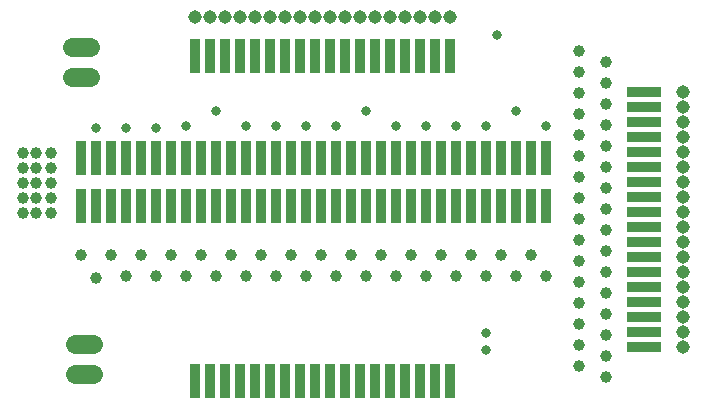
<source format=gts>
G75*
%MOIN*%
%OFA0B0*%
%FSLAX25Y25*%
%IPPOS*%
%LPD*%
%AMOC8*
5,1,8,0,0,1.08239X$1,22.5*
%
%ADD10C,0.06406*%
%ADD11R,0.11500X0.03500*%
%ADD12C,0.04500*%
%ADD13R,0.03500X0.11500*%
%ADD14C,0.03869*%
%ADD15C,0.03278*%
D10*
X0023048Y0011300D02*
X0028954Y0011300D01*
X0028954Y0021300D02*
X0023048Y0021300D01*
X0022048Y0110300D02*
X0027954Y0110300D01*
X0027954Y0120300D02*
X0022048Y0120300D01*
D11*
X0212501Y0105300D03*
X0212501Y0100300D03*
X0212501Y0095300D03*
X0212501Y0090300D03*
X0212501Y0085300D03*
X0212501Y0080300D03*
X0212501Y0075300D03*
X0212501Y0070300D03*
X0212501Y0065300D03*
X0212501Y0060300D03*
X0212501Y0055300D03*
X0212501Y0050300D03*
X0212501Y0045300D03*
X0212501Y0040300D03*
X0212501Y0035300D03*
X0212501Y0030300D03*
X0212501Y0025300D03*
X0212501Y0020300D03*
D12*
X0225501Y0020300D03*
X0225501Y0025300D03*
X0225501Y0030300D03*
X0225501Y0035300D03*
X0225501Y0040300D03*
X0225501Y0045300D03*
X0225501Y0050300D03*
X0225501Y0055300D03*
X0225501Y0060300D03*
X0225501Y0065300D03*
X0225501Y0070300D03*
X0225501Y0075300D03*
X0225501Y0080300D03*
X0225501Y0085300D03*
X0225501Y0090300D03*
X0225501Y0095300D03*
X0225501Y0100300D03*
X0225501Y0105300D03*
X0148001Y0130300D03*
X0143001Y0130300D03*
X0138001Y0130300D03*
X0133001Y0130300D03*
X0128001Y0130300D03*
X0123001Y0130300D03*
X0118001Y0130300D03*
X0113001Y0130300D03*
X0108001Y0130300D03*
X0103001Y0130300D03*
X0098001Y0130300D03*
X0093001Y0130300D03*
X0088001Y0130300D03*
X0083001Y0130300D03*
X0078001Y0130300D03*
X0073001Y0130300D03*
X0068001Y0130300D03*
X0063001Y0130300D03*
D13*
X0063001Y0117300D03*
X0068001Y0117300D03*
X0073001Y0117300D03*
X0078001Y0117300D03*
X0083001Y0117300D03*
X0088001Y0117300D03*
X0093001Y0117300D03*
X0098001Y0117300D03*
X0103001Y0117300D03*
X0108001Y0117300D03*
X0113001Y0117300D03*
X0118001Y0117300D03*
X0123001Y0117300D03*
X0128001Y0117300D03*
X0133001Y0117300D03*
X0138001Y0117300D03*
X0143001Y0117300D03*
X0148001Y0117300D03*
X0150001Y0083300D03*
X0155001Y0083300D03*
X0160001Y0083300D03*
X0165001Y0083300D03*
X0170001Y0083300D03*
X0175001Y0083300D03*
X0180001Y0083300D03*
X0180001Y0067300D03*
X0175001Y0067300D03*
X0170001Y0067300D03*
X0165001Y0067300D03*
X0160001Y0067300D03*
X0155001Y0067300D03*
X0150001Y0067300D03*
X0145001Y0067300D03*
X0140001Y0067300D03*
X0135001Y0067300D03*
X0130001Y0067300D03*
X0125001Y0067300D03*
X0120001Y0067300D03*
X0115001Y0067300D03*
X0110001Y0067300D03*
X0105001Y0067300D03*
X0100001Y0067300D03*
X0095001Y0067300D03*
X0090001Y0067300D03*
X0085001Y0067300D03*
X0080001Y0067300D03*
X0075001Y0067300D03*
X0070001Y0067300D03*
X0065001Y0067300D03*
X0060001Y0067300D03*
X0055001Y0067300D03*
X0050001Y0067300D03*
X0045001Y0067300D03*
X0040001Y0067300D03*
X0035001Y0067300D03*
X0030001Y0067300D03*
X0025001Y0067300D03*
X0025001Y0083300D03*
X0030001Y0083300D03*
X0035001Y0083300D03*
X0040001Y0083300D03*
X0045001Y0083300D03*
X0050001Y0083300D03*
X0055001Y0083300D03*
X0060001Y0083300D03*
X0065001Y0083300D03*
X0070001Y0083300D03*
X0075001Y0083300D03*
X0080001Y0083300D03*
X0085001Y0083300D03*
X0090001Y0083300D03*
X0095001Y0083300D03*
X0100001Y0083300D03*
X0105001Y0083300D03*
X0110001Y0083300D03*
X0115001Y0083300D03*
X0120001Y0083300D03*
X0125001Y0083300D03*
X0130001Y0083300D03*
X0135001Y0083300D03*
X0140001Y0083300D03*
X0145001Y0083300D03*
X0143001Y0008800D03*
X0148001Y0008800D03*
X0138001Y0008800D03*
X0133001Y0008800D03*
X0128001Y0008800D03*
X0123001Y0008800D03*
X0118001Y0008800D03*
X0113001Y0008800D03*
X0108001Y0008800D03*
X0103001Y0008800D03*
X0098001Y0008800D03*
X0093001Y0008800D03*
X0088001Y0008800D03*
X0083001Y0008800D03*
X0078001Y0008800D03*
X0073001Y0008800D03*
X0068001Y0008800D03*
X0063001Y0008800D03*
D14*
X0030001Y0043300D03*
X0040001Y0043800D03*
X0050001Y0043800D03*
X0060001Y0043800D03*
X0065001Y0050800D03*
X0055001Y0050800D03*
X0045001Y0050800D03*
X0035001Y0050800D03*
X0025001Y0050800D03*
X0015001Y0064800D03*
X0010001Y0064800D03*
X0005501Y0064800D03*
X0005501Y0069800D03*
X0010001Y0069800D03*
X0015001Y0069800D03*
X0015001Y0074800D03*
X0010001Y0074800D03*
X0005501Y0074800D03*
X0005501Y0079800D03*
X0010001Y0079800D03*
X0015001Y0079800D03*
X0015001Y0084800D03*
X0010001Y0084800D03*
X0005501Y0084800D03*
X0070001Y0043800D03*
X0080001Y0043800D03*
X0090001Y0043800D03*
X0095001Y0050800D03*
X0085001Y0050800D03*
X0075001Y0050800D03*
X0100001Y0043800D03*
X0110001Y0043800D03*
X0120001Y0043800D03*
X0130001Y0043800D03*
X0135001Y0050800D03*
X0145001Y0050800D03*
X0155001Y0050800D03*
X0165001Y0050800D03*
X0170001Y0043800D03*
X0180001Y0043800D03*
X0175001Y0050800D03*
X0191001Y0048800D03*
X0200001Y0045300D03*
X0191001Y0041800D03*
X0200001Y0038300D03*
X0191001Y0034800D03*
X0200001Y0031300D03*
X0191001Y0027800D03*
X0200001Y0024300D03*
X0191001Y0020800D03*
X0200001Y0017300D03*
X0191001Y0013800D03*
X0200001Y0010300D03*
X0160001Y0043800D03*
X0150001Y0043800D03*
X0140001Y0043800D03*
X0125001Y0050800D03*
X0115001Y0050800D03*
X0105001Y0050800D03*
X0191001Y0055800D03*
X0200001Y0052300D03*
X0200001Y0059300D03*
X0191001Y0062800D03*
X0200001Y0066300D03*
X0191001Y0069800D03*
X0200001Y0073300D03*
X0191001Y0076800D03*
X0200001Y0080300D03*
X0191001Y0083800D03*
X0200001Y0087300D03*
X0191001Y0090800D03*
X0200001Y0094300D03*
X0191001Y0097800D03*
X0200001Y0101300D03*
X0191001Y0104800D03*
X0200001Y0108300D03*
X0191001Y0111800D03*
X0200001Y0115300D03*
X0191001Y0118800D03*
D15*
X0163501Y0124300D03*
X0170001Y0098800D03*
X0180001Y0093800D03*
X0160001Y0093800D03*
X0150001Y0093800D03*
X0140001Y0093800D03*
X0130001Y0093800D03*
X0120001Y0098800D03*
X0110001Y0093800D03*
X0100001Y0093800D03*
X0090001Y0093800D03*
X0080001Y0093800D03*
X0070001Y0098800D03*
X0060001Y0093800D03*
X0050001Y0093300D03*
X0040001Y0093300D03*
X0030001Y0093300D03*
X0160001Y0024800D03*
X0160001Y0019300D03*
M02*

</source>
